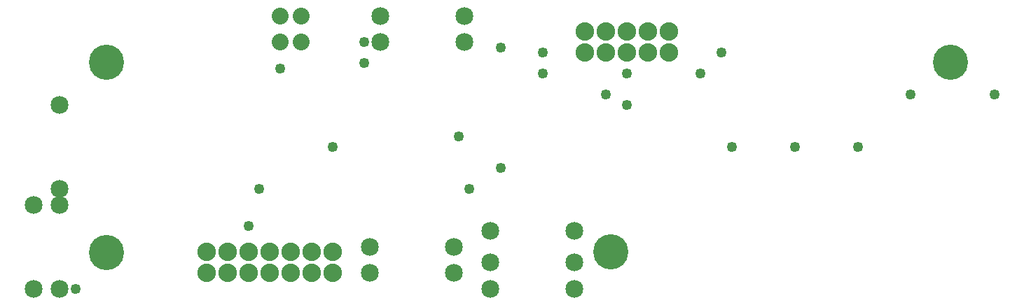
<source format=gts>
G04 MADE WITH FRITZING*
G04 WWW.FRITZING.ORG*
G04 DOUBLE SIDED*
G04 HOLES PLATED*
G04 CONTOUR ON CENTER OF CONTOUR VECTOR*
%ASAXBY*%
%FSLAX23Y23*%
%MOIN*%
%OFA0B0*%
%SFA1.0B1.0*%
%ADD10C,0.088000*%
%ADD11C,0.049370*%
%ADD12C,0.085000*%
%ADD13C,0.080000*%
%ADD14C,0.167480*%
%LNMASK1*%
G90*
G70*
G54D10*
X2711Y1347D03*
X2811Y1347D03*
X2911Y1347D03*
X3011Y1347D03*
X3111Y1347D03*
X2711Y1347D03*
X2811Y1347D03*
X2911Y1347D03*
X3011Y1347D03*
X3111Y1347D03*
X3111Y1247D03*
X3011Y1247D03*
X2911Y1247D03*
X2811Y1247D03*
X2711Y1247D03*
X2711Y1347D03*
X2811Y1347D03*
X2911Y1347D03*
X3011Y1347D03*
X3111Y1347D03*
X2711Y1347D03*
X2811Y1347D03*
X2911Y1347D03*
X3011Y1347D03*
X3111Y1347D03*
X3111Y1247D03*
X3011Y1247D03*
X2911Y1247D03*
X2811Y1247D03*
X2711Y1247D03*
G54D11*
X1161Y597D03*
X1261Y1172D03*
X1661Y1297D03*
X286Y122D03*
X1111Y422D03*
G54D10*
X911Y297D03*
X1011Y297D03*
X1111Y297D03*
X1211Y297D03*
X1311Y297D03*
X1411Y297D03*
X1511Y297D03*
X911Y297D03*
X1011Y297D03*
X1111Y297D03*
X1211Y297D03*
X1311Y297D03*
X1411Y297D03*
X1511Y297D03*
X1511Y197D03*
X1411Y197D03*
X1311Y197D03*
X1211Y197D03*
X1111Y197D03*
X1011Y197D03*
X911Y197D03*
X911Y297D03*
X1011Y297D03*
X1111Y297D03*
X1211Y297D03*
X1311Y297D03*
X1411Y297D03*
X1511Y297D03*
X911Y297D03*
X1011Y297D03*
X1111Y297D03*
X1211Y297D03*
X1311Y297D03*
X1411Y297D03*
X1511Y297D03*
X1511Y197D03*
X1411Y197D03*
X1311Y197D03*
X1211Y197D03*
X1111Y197D03*
X1011Y197D03*
X911Y197D03*
G54D12*
X2136Y1422D03*
X1736Y1422D03*
X2136Y1422D03*
X1736Y1422D03*
X2136Y1297D03*
X1736Y1297D03*
X2136Y1297D03*
X1736Y1297D03*
G54D13*
X1361Y1297D03*
X1261Y1297D03*
X1361Y1297D03*
X1261Y1297D03*
X1261Y1422D03*
X1361Y1422D03*
X1261Y1422D03*
X1361Y1422D03*
G54D12*
X211Y122D03*
X211Y522D03*
X211Y122D03*
X211Y522D03*
X211Y597D03*
X211Y997D03*
X211Y597D03*
X211Y997D03*
X86Y522D03*
X86Y122D03*
X86Y522D03*
X86Y122D03*
X2261Y122D03*
X2661Y122D03*
X2261Y122D03*
X2661Y122D03*
X1686Y197D03*
X2086Y197D03*
X1686Y197D03*
X2086Y197D03*
X2086Y322D03*
X1686Y322D03*
X2086Y322D03*
X1686Y322D03*
X2661Y247D03*
X2261Y247D03*
X2661Y247D03*
X2261Y247D03*
X2261Y397D03*
X2661Y397D03*
X2261Y397D03*
X2661Y397D03*
G54D14*
X433Y1200D03*
X433Y296D03*
X2835Y297D03*
X4450Y1200D03*
G54D11*
X2811Y1047D03*
X4011Y797D03*
X2911Y997D03*
X4261Y1047D03*
X1511Y797D03*
X2111Y847D03*
X1661Y1197D03*
X3411Y797D03*
X2311Y697D03*
X2161Y597D03*
X3711Y797D03*
X2511Y1147D03*
X4661Y1047D03*
X3361Y1247D03*
X2311Y1272D03*
X3261Y1147D03*
X2511Y1247D03*
X2911Y1147D03*
G04 End of Mask1*
M02*
</source>
